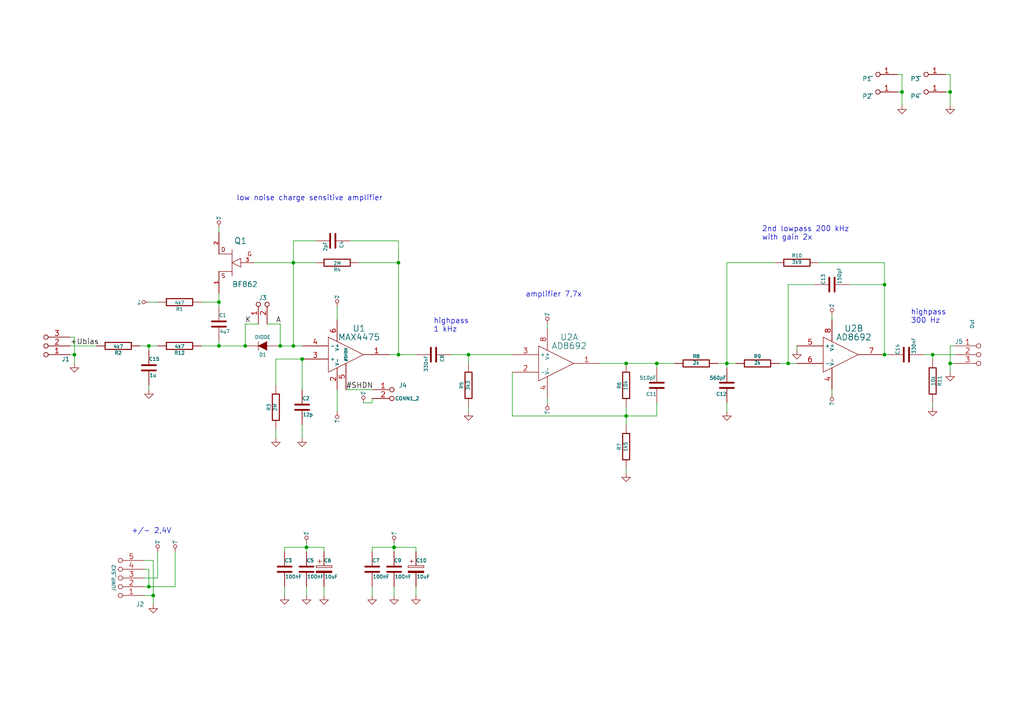
<source format=kicad_sch>
(kicad_sch (version 20211123) (generator eeschema)
  (paper "A4")
  (title_block (title "PCRD01A") (rev "01A") (company "www.mlab.cz"))
  (lib_symbols
    (symbol "PCRD01A-rescue:AD8692"
      (property "Reference" "U" (at 3.81 7.62 0))
      (property "Value" "AD8692" (at 3.81 5.08 0))
      (symbol "AD8692_0_1"
        (polyline (pts (xy -5.08 5.08) (xy 5.08 0) (xy -5.08 -5.08) (xy -5.08 5.08)))
      )
      (symbol "AD8692_1_1"
        (pin output line (at 12.7 0 180) (length 7.62) (name "~") (number "1"))
        (pin input line (at -12.7 -2.54 0) (length 7.62) (name "-") (number "2"))
        (pin input line (at -12.7 2.54 0) (length 7.62) (name "+") (number "3"))
        (pin passive line (at -2.54 -10.16 90) (length 6.35) (name "V-") (number "4"))
        (pin passive line (at -2.54 10.16 270) (length 6.35) (name "V+") (number "8"))
      )
      (symbol "AD8692_2_1"
        (pin passive line (at -2.54 -10.16 90) (length 6.35) (name "V-") (number "4"))
        (pin input line (at -12.7 2.54 0) (length 7.62) (name "+") (number "5"))
        (pin input line (at -12.7 -2.54 0) (length 7.62) (name "-") (number "6"))
        (pin output line (at 12.7 0 180) (length 7.62) (name "~") (number "7"))
        (pin passive line (at -2.54 10.16 270) (length 6.35) (name "V+") (number "8"))
      )
    )
    (symbol "PCRD01A-rescue:C" (pin_numbers hide) (pin_names (offset 0.254))
      (property "Reference" "C" (at 0 2.54 0))
      (property "Value" "C" (at 0.1524 -2.159 0))
      (symbol "C_0_1"
        (polyline (pts (xy -2.032 -0.762) (xy 2.032 -0.762)) (stroke (width 0.508)))
        (polyline (pts (xy -2.032 0.762) (xy 2.032 0.762)) (stroke (width 0.508)))
      )
      (symbol "C_1_1"
        (pin passive line (at 0 5.08 270) (length 4.318) (name "~") (number "1"))
        (pin passive line (at 0 -5.08 90) (length 4.318) (name "~") (number "2"))
      )
    )
    (symbol "PCRD01A-rescue:CONN1_2" (pin_names (offset 1.016) hide)
      (property "Reference" "J" (at 1.27 2.54 0))
      (property "Value" "CONN1_2" (at 2.54 -1.27 0))
      (symbol "CONN1_2_1_1"
        (pin passive inverted (at -7.62 1.27 0) (length 6.35) (name "P1") (number "1"))
        (pin passive inverted (at -7.62 -1.27 0) (length 6.35) (name "PM") (number "2"))
      )
    )
    (symbol "PCRD01A-rescue:CP2" (pin_numbers hide) (pin_names (offset 0.254))
      (property "Reference" "C" (at 0 2.54 0))
      (property "Value" "CP2" (at 0.1524 -2.159 0))
      (symbol "CP2_0_1"
        (rectangle (start -2.286 0.508) (end -2.286 1.016))
        (rectangle (start -2.286 0.508) (end 2.286 0.508))
        (rectangle (start -1.778 2.286) (end -0.762 2.286))
        (rectangle (start -1.27 1.778) (end -1.27 2.794))
        (rectangle (start 2.286 -0.508) (end -2.286 -1.016) (fill (type outline)))
        (rectangle (start 2.286 1.016) (end -2.286 1.016))
        (rectangle (start 2.286 1.016) (end 2.286 0.508))
      )
      (symbol "CP2_1_1"
        (pin passive line (at 0 5.08 270) (length 4.064) (name "~") (number "1"))
        (pin passive line (at 0 -5.08 90) (length 4.064) (name "~") (number "2"))
      )
    )
    (symbol "PCRD01A-rescue:DIODE" (pin_numbers hide) (pin_names (offset 1.016) hide)
      (property "Reference" "D" (at 0 2.54 0))
      (property "Value" "DIODE" (at 0 -2.54 0))
      (symbol "DIODE_0_1"
        (polyline (pts (xy 1.27 1.27) (xy 1.27 -1.27)) (stroke (width 0.1524)))
        (polyline (pts (xy -1.27 1.27) (xy 1.27 0) (xy -1.27 -1.27)) (fill (type outline)))
      )
      (symbol "DIODE_1_1"
        (pin passive line (at -5.08 0 0) (length 3.81) (name "A") (number "1"))
        (pin passive line (at 5.08 0 180) (length 3.81) (name "K") (number "2"))
      )
    )
    (symbol "PCRD01A-rescue:GND" (power) (pin_names (offset 0))
      (property "Value" "GND" (at 0 -3.81 0))
      (symbol "GND_0_1"
        (polyline (pts (xy 0 0) (xy 0 -1.27) (xy 1.27 -1.27) (xy 0 -2.54) (xy -1.27 -1.27) (xy 0 -1.27)))
      )
      (symbol "GND_1_1"
        (pin power_in line (at 0 0 270) (length 0) hide (name "GND") (number "1"))
      )
    )
    (symbol "PCRD01A-rescue:JFET_N" (pin_names (offset 0.762) hide)
      (property "Reference" "Q" (at -2.4638 6.35 0))
      (property "Value" "JFET_N" (at -3.7338 -6.2738 0))
      (symbol "JFET_N_0_0"
        (text "D" (at 2.54 3.81 0) (effects (font (size 1.1938 1.1938))))
        (text "G" (at -5.08 2.54 0) (effects (font (size 1.1938 1.1938))))
        (text "S" (at 2.54 -3.81 0) (effects (font (size 1.1938 1.1938))))
      )
      (symbol "JFET_N_0_1"
        (polyline (pts (xy 0 -3.81) (xy 0 3.81)) (stroke (width 0.1524)))
        (polyline (pts (xy 0 -2.54) (xy 3.81 -2.54)))
        (polyline (pts (xy 0 2.54) (xy 3.81 2.54)))
        (polyline (pts (xy 0 0) (xy -2.54 -1.27) (xy -2.54 1.27) (xy 0 0) (xy 0 0)))
      )
      (symbol "JFET_N_1_1"
        (pin passive line (at 3.81 -8.89 90) (length 6.35) (name "S") (number "1"))
        (pin passive line (at 3.81 8.89 270) (length 6.35) (name "D") (number "2"))
        (pin input line (at -6.35 0 0) (length 3.81) (name "G") (number "3"))
      )
    )
    (symbol "PCRD01A-rescue:JUMP_3X2" (pin_names (offset 1.016) hide)
      (property "Reference" "J" (at -8.89 5.08 0))
      (property "Value" "JUMP_3X2" (at 0 1.27 90))
      (symbol "JUMP_3X2_1_1"
        (pin passive inverted (at -10.16 3.81 0) (length 7.62) (name "1") (number "1"))
        (pin passive inverted (at -10.16 1.27 0) (length 7.62) (name "1") (number "2"))
        (pin passive inverted (at -10.16 -1.27 0) (length 7.62) (name "3") (number "3"))
        (pin passive inverted (at -10.16 -1.27 0) (length 7.62) hide (name "~") (number "4"))
        (pin passive inverted (at -10.16 1.27 0) (length 7.62) hide (name "~") (number "5"))
        (pin passive inverted (at -10.16 3.81 0) (length 7.62) hide (name "~") (number "6"))
      )
    )
    (symbol "PCRD01A-rescue:JUMP_5X2" (pin_names (offset 1.016) hide)
      (property "Reference" "J" (at -8.89 6.35 0))
      (property "Value" "JUMP_5X2" (at -1.27 -1.27 90))
      (symbol "JUMP_5X2_1_1"
        (pin passive inverted (at -10.16 3.81 0) (length 7.62) (name "~") (number "1"))
        (pin passive inverted (at -10.16 3.81 0) (length 7.62) hide (name "~") (number "10"))
        (pin passive inverted (at -10.16 1.27 0) (length 7.62) (name "~") (number "2"))
        (pin passive inverted (at -10.16 -1.27 0) (length 7.62) (name "~") (number "3"))
        (pin passive inverted (at -10.16 -3.81 0) (length 7.62) (name "~") (number "4"))
        (pin passive inverted (at -10.16 -6.35 0) (length 7.62) (name "~") (number "5"))
        (pin passive inverted (at -10.16 -6.35 0) (length 7.62) hide (name "~") (number "6"))
        (pin passive inverted (at -10.16 -3.81 0) (length 7.62) hide (name "~") (number "7"))
        (pin passive inverted (at -10.16 -1.27 0) (length 7.62) hide (name "~") (number "8"))
        (pin passive inverted (at -10.16 1.27 0) (length 7.62) hide (name "~") (number "9"))
      )
    )
    (symbol "PCRD01A-rescue:MAX4475"
      (property "Reference" "U" (at 3.81 7.62 0))
      (property "Value" "MAX4475" (at 3.81 5.08 0))
      (symbol "MAX4475_0_1"
        (polyline (pts (xy -5.08 5.08) (xy 5.08 0) (xy -5.08 -5.08) (xy -5.08 5.08)))
      )
      (symbol "MAX4475_1_1"
        (pin output line (at 12.7 0 180) (length 7.62) (name "~") (number "1"))
        (pin passive line (at -2.54 -10.16 90) (length 6.35) (name "V-") (number "2"))
        (pin input line (at -12.7 -1.27 0) (length 7.62) (name "+") (number "3"))
        (pin input line (at -12.7 2.54 0) (length 7.62) (name "-") (number "4"))
        (pin bidirectional line (at 0 -10.16 90) (length 7.62) (name "#SHDN") (number "5"))
        (pin passive line (at -2.54 10.16 270) (length 6.35) (name "V+") (number "6"))
      )
    )
    (symbol "PCRD01A-rescue:R" (pin_numbers hide) (pin_names (offset 0))
      (property "Reference" "R" (at 2.032 0 90))
      (property "Value" "R" (at 0.1778 0.0254 90))
      (symbol "R_0_1"
        (rectangle (start -1.016 3.81) (end 1.016 -3.81) (stroke (width 0.3048)))
      )
      (symbol "R_1_1"
        (pin passive line (at 0 6.35 270) (length 2.54) (name "~") (number "1"))
        (pin passive line (at 0 -6.35 90) (length 2.54) (name "~") (number "2"))
      )
    )
    (symbol "PCRD01A-rescue:V+" (power) (pin_names (offset 0))
      (property "Value" "V+" (at 0 2.794 0))
      (symbol "V+_0_0"
        (pin power_in line (at 0 0 90) (length 0) hide (name "V+") (number "1"))
      )
      (symbol "V+_0_1"
        (polyline (pts (xy 0 0) (xy 0 1.016) (xy 0 1.016)))
        (circle (center 0 1.524) (radius 0.508))
      )
    )
    (symbol "PCRD01A-rescue:V-" (power) (pin_names (offset 0))
      (property "Value" "V-" (at 0 2.794 0))
      (symbol "V-_0_0"
        (pin power_in line (at 0 0 90) (length 0) hide (name "V-") (number "1"))
      )
      (symbol "V-_0_1"
        (polyline (pts (xy 0 0) (xy 0 1.016) (xy 0 1.016)))
        (circle (center 0 1.524) (radius 0.508))
      )
    )
    (symbol "PCRD01A-rescue:_" (pin_names (offset 1.016) hide)
      (property "Reference" "P" (at 1.27 2.54 0))
      (property "Value" "_" (at 0 1.27 0))
      (symbol "__1_1"
        (pin passive inverted (at -7.62 1.27 0) (length 6.35) (name "P1") (number "1"))
      )
    )
  )
  (junction (at 88.9 158.75))
  (junction (at 181.61 120.65))
  (junction (at 43.18 170.18))
  (junction (at 85.09 100.33))
  (junction (at 44.45 172.72))
  (junction (at 85.09 76.2))
  (junction (at 114.3 158.75))
  (junction (at 256.54 102.87))
  (junction (at 63.5 100.33))
  (junction (at 21.59 102.87))
  (junction (at 87.63 104.14))
  (junction (at 270.51 102.87))
  (junction (at 81.28 100.33))
  (junction (at 261.62 26.67))
  (junction (at 135.89 102.87))
  (junction (at 275.59 26.67))
  (junction (at 181.61 105.41))
  (junction (at 63.5 87.63))
  (junction (at 256.54 82.55))
  (junction (at 190.5 105.41))
  (junction (at 43.18 100.33))
  (junction (at 275.59 105.41))
  (junction (at 115.57 102.87))
  (junction (at 210.82 105.41))
  (junction (at 115.57 76.2))
  (junction (at 228.6 105.41))
  (junction (at 71.12 100.33))
  (wire (pts (xy 45.72 87.63) (xy 43.18 87.63)))
  (wire (pts (xy 71.12 93.98) (xy 74.93 93.98)))
  (wire (pts (xy 107.95 170.18) (xy 107.95 172.72)))
  (wire (pts (xy 40.64 100.33) (xy 43.18 100.33)))
  (wire (pts (xy 208.28 105.41) (xy 210.82 105.41)))
  (wire (pts (xy 276.86 105.41) (xy 275.59 105.41)))
  (wire (pts (xy 275.59 100.33) (xy 275.59 105.41)))
  (wire (pts (xy 113.03 102.87) (xy 115.57 102.87)))
  (wire (pts (xy 270.51 104.14) (xy 270.51 102.87)))
  (wire (pts (xy 261.62 21.59) (xy 261.62 26.67)))
  (wire (pts (xy 228.6 82.55) (xy 228.6 105.41)))
  (wire (pts (xy 63.5 100.33) (xy 63.5 99.06)))
  (wire (pts (xy 261.62 26.67) (xy 261.62 30.48)))
  (wire (pts (xy 181.61 120.65) (xy 190.5 120.65)))
  (wire (pts (xy 43.18 170.18) (xy 50.8 170.18)))
  (wire (pts (xy 63.5 87.63) (xy 63.5 88.9)))
  (wire (pts (xy 256.54 76.2) (xy 256.54 82.55)))
  (wire (pts (xy 120.65 170.18) (xy 120.65 172.72)))
  (wire (pts (xy 210.82 105.41) (xy 210.82 106.68)))
  (wire (pts (xy 41.91 167.64) (xy 45.72 167.64)))
  (wire (pts (xy 21.59 97.79) (xy 21.59 102.87)))
  (wire (pts (xy 181.61 137.16) (xy 181.61 135.89)))
  (wire (pts (xy 82.55 158.75) (xy 88.9 158.75)))
  (wire (pts (xy 43.18 113.03) (xy 43.18 111.76)))
  (wire (pts (xy 228.6 105.41) (xy 231.14 105.41)))
  (wire (pts (xy 88.9 157.48) (xy 88.9 158.75)))
  (wire (pts (xy 85.09 76.2) (xy 85.09 100.33)))
  (wire (pts (xy 43.18 100.33) (xy 45.72 100.33)))
  (wire (pts (xy 58.42 100.33) (xy 63.5 100.33)))
  (wire (pts (xy 276.86 100.33) (xy 275.59 100.33)))
  (wire (pts (xy 105.41 116.84) (xy 107.95 116.84)))
  (wire (pts (xy 135.89 102.87) (xy 148.59 102.87)))
  (wire (pts (xy 120.65 158.75) (xy 114.3 158.75)))
  (wire (pts (xy 63.5 67.31) (xy 63.5 66.04)))
  (wire (pts (xy 236.22 82.55) (xy 228.6 82.55)))
  (wire (pts (xy 237.49 76.2) (xy 256.54 76.2)))
  (wire (pts (xy 256.54 82.55) (xy 256.54 102.87)))
  (wire (pts (xy 41.91 170.18) (xy 43.18 170.18)))
  (wire (pts (xy 85.09 69.85) (xy 85.09 76.2)))
  (wire (pts (xy 82.55 170.18) (xy 82.55 172.72)))
  (wire (pts (xy 190.5 105.41) (xy 190.5 106.68)))
  (wire (pts (xy 270.51 102.87) (xy 276.86 102.87)))
  (wire (pts (xy 73.66 76.2) (xy 85.09 76.2)))
  (wire (pts (xy 87.63 113.03) (xy 87.63 104.14)))
  (wire (pts (xy 100.33 113.03) (xy 107.95 113.03)))
  (wire (pts (xy 130.81 102.87) (xy 135.89 102.87)))
  (wire (pts (xy 114.3 157.48) (xy 114.3 158.75)))
  (wire (pts (xy 210.82 76.2) (xy 210.82 105.41)))
  (wire (pts (xy 210.82 119.38) (xy 210.82 116.84)))
  (wire (pts (xy 274.32 26.67) (xy 275.59 26.67)))
  (wire (pts (xy 88.9 158.75) (xy 93.98 158.75)))
  (wire (pts (xy 77.47 93.98) (xy 81.28 93.98)))
  (wire (pts (xy 267.97 102.87) (xy 270.51 102.87)))
  (wire (pts (xy 275.59 21.59) (xy 275.59 26.67)))
  (wire (pts (xy 97.79 113.03) (xy 97.79 119.38)))
  (wire (pts (xy 21.59 102.87) (xy 21.59 105.41)))
  (wire (pts (xy 241.3 114.3) (xy 241.3 113.03)))
  (wire (pts (xy 82.55 160.02) (xy 82.55 158.75)))
  (wire (pts (xy 41.91 162.56) (xy 44.45 162.56)))
  (wire (pts (xy 85.09 69.85) (xy 91.44 69.85)))
  (wire (pts (xy 181.61 120.65) (xy 181.61 123.19)))
  (wire (pts (xy 120.65 160.02) (xy 120.65 158.75)))
  (wire (pts (xy 20.32 102.87) (xy 21.59 102.87)))
  (wire (pts (xy 87.63 127) (xy 87.63 123.19)))
  (wire (pts (xy 45.72 167.64) (xy 45.72 160.02)))
  (wire (pts (xy 93.98 170.18) (xy 93.98 172.72)))
  (wire (pts (xy 158.75 116.84) (xy 158.75 115.57)))
  (wire (pts (xy 226.06 105.41) (xy 228.6 105.41)))
  (wire (pts (xy 260.35 21.59) (xy 261.62 21.59)))
  (wire (pts (xy 114.3 170.18) (xy 114.3 172.72)))
  (wire (pts (xy 43.18 101.6) (xy 43.18 100.33)))
  (wire (pts (xy 44.45 172.72) (xy 44.45 175.26)))
  (wire (pts (xy 107.95 116.84) (xy 107.95 115.57)))
  (wire (pts (xy 260.35 26.67) (xy 261.62 26.67)))
  (wire (pts (xy 43.18 165.1) (xy 43.18 170.18)))
  (wire (pts (xy 210.82 76.2) (xy 224.79 76.2)))
  (wire (pts (xy 88.9 158.75) (xy 88.9 160.02)))
  (wire (pts (xy 85.09 100.33) (xy 87.63 100.33)))
  (wire (pts (xy 275.59 105.41) (xy 275.59 107.95)))
  (wire (pts (xy 93.98 158.75) (xy 93.98 160.02)))
  (wire (pts (xy 115.57 76.2) (xy 115.57 102.87)))
  (wire (pts (xy 85.09 76.2) (xy 91.44 76.2)))
  (wire (pts (xy 173.99 105.41) (xy 181.61 105.41)))
  (wire (pts (xy 58.42 87.63) (xy 63.5 87.63)))
  (wire (pts (xy 231.14 101.6) (xy 231.14 100.33)))
  (wire (pts (xy 63.5 85.09) (xy 63.5 87.63)))
  (wire (pts (xy 135.89 105.41) (xy 135.89 102.87)))
  (wire (pts (xy 63.5 100.33) (xy 71.12 100.33)))
  (wire (pts (xy 41.91 165.1) (xy 43.18 165.1)))
  (wire (pts (xy 275.59 26.67) (xy 275.59 30.48)))
  (wire (pts (xy 256.54 82.55) (xy 246.38 82.55)))
  (wire (pts (xy 81.28 93.98) (xy 81.28 100.33)))
  (wire (pts (xy 241.3 92.71) (xy 241.3 91.44)))
  (wire (pts (xy 50.8 170.18) (xy 50.8 160.02)))
  (wire (pts (xy 274.32 21.59) (xy 275.59 21.59)))
  (wire (pts (xy 158.75 95.25) (xy 158.75 93.98)))
  (wire (pts (xy 115.57 102.87) (xy 120.65 102.87)))
  (wire (pts (xy 114.3 158.75) (xy 107.95 158.75)))
  (wire (pts (xy 256.54 102.87) (xy 257.81 102.87)))
  (wire (pts (xy 71.12 100.33) (xy 71.12 93.98)))
  (wire (pts (xy 20.32 100.33) (xy 27.94 100.33)))
  (wire (pts (xy 181.61 105.41) (xy 190.5 105.41)))
  (wire (pts (xy 107.95 158.75) (xy 107.95 160.02)))
  (wire (pts (xy 87.63 104.14) (xy 80.01 104.14)))
  (wire (pts (xy 80.01 104.14) (xy 80.01 111.76)))
  (wire (pts (xy 148.59 120.65) (xy 181.61 120.65)))
  (wire (pts (xy 80.01 127) (xy 80.01 124.46)))
  (wire (pts (xy 101.6 69.85) (xy 115.57 69.85)))
  (wire (pts (xy 181.61 118.11) (xy 181.61 120.65)))
  (wire (pts (xy 20.32 97.79) (xy 21.59 97.79)))
  (wire (pts (xy 115.57 69.85) (xy 115.57 76.2)))
  (wire (pts (xy 104.14 76.2) (xy 115.57 76.2)))
  (wire (pts (xy 270.51 118.11) (xy 270.51 116.84)))
  (wire (pts (xy 44.45 172.72) (xy 41.91 172.72)))
  (wire (pts (xy 97.79 88.9) (xy 97.79 92.71)))
  (wire (pts (xy 88.9 170.18) (xy 88.9 172.72)))
  (wire (pts (xy 190.5 120.65) (xy 190.5 116.84)))
  (wire (pts (xy 44.45 162.56) (xy 44.45 172.72)))
  (wire (pts (xy 81.28 100.33) (xy 85.09 100.33)))
  (wire (pts (xy 210.82 105.41) (xy 213.36 105.41)))
  (wire (pts (xy 190.5 105.41) (xy 195.58 105.41)))
  (wire (pts (xy 148.59 107.95) (xy 148.59 120.65)))
  (wire (pts (xy 135.89 119.38) (xy 135.89 118.11)))
  (wire (pts (xy 114.3 158.75) (xy 114.3 160.02)))
  (text "highpass\n300 Hz" (at 264.16 93.98 0) (effects (font (size 1.524 1.524)) (justify left bottom)))
  (text "2nd lowpass 200 kHz\nwith gain 2x" (at 220.98 69.85 0) (effects (font (size 1.524 1.524)) (justify left bottom)))
  (text "+/- 2,4V" (at 38.1 154.94 0) (effects (font (size 1.524 1.524)) (justify left bottom)))
  (text "amplifier 7,7x" (at 152.4 86.36 0) (effects (font (size 1.524 1.524)) (justify left bottom)))
  (text "low noise charge sensitive amplifier" (at 68.58 58.42 0) (effects (font (size 1.524 1.524)) (justify left bottom)))
  (text "highpass\n1 kHz" (at 125.73 96.52 0) (effects (font (size 1.524 1.524)) (justify left bottom)))
  (label "A" (at 80.01 93.98 0) (effects (font (size 1.524 1.524))))
  (label "#SHDN" (at 100.33 113.03 0) (effects (font (size 1.524 1.524))))
  (label "K" (at 71.12 93.98 0) (effects (font (size 1.524 1.524))))
  (label "+Ubias" (at 20.32 100.33 0) (effects (font (size 1.524 1.524))))
  (symbol (lib_id "PCRD01A-rescue:R") (at 52.07 87.63 270) (unit 1)
    (property "Reference" "R1" (at 52.07 89.662 90) (effects (font (size 1.016 1.016))))
    (property "Value" "4k7" (at 52.0954 87.8078 90) (effects (font (size 1.016 1.016))))
    (property "Footprint" "Mlab_R:SMD-0805" (effects hide))
    (property "UST_ID" "5c70984612875079b91f8995" (effects hide))
  )
  (symbol (lib_id "PCRD01A-rescue:R") (at 34.29 100.33 270) (unit 1)
    (property "Reference" "R2" (at 34.29 102.362 90) (effects (font (size 1.016 1.016))))
    (property "Value" "4k7" (at 34.3154 100.5078 90) (effects (font (size 1.016 1.016))))
    (property "Footprint" "Mlab_R:SMD-0805" (effects hide))
    (property "UST_ID" "5c70984612875079b91f8995" (effects hide))
  )
  (symbol (lib_id "PCRD01A-rescue:C") (at 63.5 93.98 0) (unit 1)
    (property "Reference" "C1" (at 63.5 91.44 0) (effects (font (size 1.016 1.016)) (justify left)))
    (property "Value" "4u7" (at 63.6524 96.139 0) (effects (font (size 1.016 1.016)) (justify left)))
    (property "Footprint" "Mlab_R:SMD-0805" (effects hide))
    (property "UST_ID" "5e3ff8fc1287502a33bad7a3" (effects hide))
  )
  (symbol (lib_id "PCRD01A-rescue:MAX4475") (at 100.33 102.87 0) (unit 1)
    (property "Reference" "U1" (at 104.14 95.25 0) (effects (font (size 1.778 1.778))))
    (property "Value" "MAX4475" (at 104.14 97.79 0) (effects (font (size 1.778 1.778))))
    (property "Footprint" "MLAB_IO:SOT-23-6" (effects hide))
    (property "UST_ID" "5c70984412875079b91f8799" (effects hide))
  )
  (symbol (lib_id "PCRD01A-rescue:AD8692") (at 161.29 105.41 0) (unit 1)
    (property "Reference" "U2" (at 165.1 97.79 0) (effects (font (size 1.778 1.778))))
    (property "Value" "AD8692" (at 165.1 100.33 0) (effects (font (size 1.778 1.778))))
    (property "Footprint" "SMD_Packages:SOIC-8-N" (effects hide))
  )
  (symbol (lib_id "PCRD01A-rescue:DIODE") (at 76.2 100.33 180) (unit 1) (in_bom no) (on_board no)
    (property "Reference" "D1" (at 76.2 102.87 0) (effects (font (size 1.016 1.016))))
    (property "Value" "DIODE" (at 76.2 97.79 0) (effects (font (size 1.016 1.016))))
  )
  (symbol (lib_id "PCRD01A-rescue:JFET_N") (at 67.31 76.2 0) (mirror y) (unit 1)
    (property "Reference" "Q1" (at 69.7738 69.85 0) (effects (font (size 1.778 1.778))))
    (property "Value" "BF862" (at 71.0438 82.4738 0) (effects (font (size 1.524 1.524))))
    (property "Footprint" "MLAB_IO:SOT-23" (effects hide))
  )
  (symbol (lib_id "PCRD01A-rescue:R") (at 97.79 76.2 270) (unit 1)
    (property "Reference" "R4" (at 97.79 78.232 90) (effects (font (size 1.016 1.016))))
    (property "Value" "2M" (at 97.8154 76.3778 90) (effects (font (size 1.016 1.016))))
    (property "Footprint" "Mlab_R:SMD-0805" (effects hide))
    (property "UST_ID" "5c70984712875079b91f8aac" (effects hide))
  )
  (symbol (lib_id "PCRD01A-rescue:C") (at 96.52 69.85 270) (unit 1) (in_bom no)
    (property "Reference" "C4" (at 99.06 69.85 0) (effects (font (size 1.016 1.016)) (justify left)))
    (property "Value" "2pF" (at 94.361 70.0024 0) (effects (font (size 1.016 1.016)) (justify left)))
  )
  (symbol (lib_id "PCRD01A-rescue:C") (at 125.73 102.87 270) (unit 1)
    (property "Reference" "C8" (at 128.27 102.87 0) (effects (font (size 1.016 1.016)) (justify left)))
    (property "Value" "330nF" (at 123.571 103.0224 0) (effects (font (size 1.016 1.016)) (justify left)))
    (property "Footprint" "Mlab_R:SMD-0805" (effects hide))
    (property "UST_ID" "5c70984712875079b91f8b4e" (effects hide))
  )
  (symbol (lib_id "PCRD01A-rescue:R") (at 135.89 111.76 180) (unit 1)
    (property "Reference" "R5" (at 133.858 111.76 90) (effects (font (size 1.016 1.016))))
    (property "Value" "3k3" (at 135.7122 111.7854 90) (effects (font (size 1.016 1.016))))
    (property "Footprint" "Mlab_R:SMD-0805" (effects hide))
    (property "UST_ID" "5c70984612875079b91f8993" (effects hide))
  )
  (symbol (lib_id "PCRD01A-rescue:R") (at 181.61 111.76 180) (unit 1)
    (property "Reference" "R6" (at 179.578 111.76 90) (effects (font (size 1.016 1.016))))
    (property "Value" "10k" (at 181.4322 111.7854 90) (effects (font (size 1.016 1.016))))
    (property "Footprint" "Mlab_R:SMD-0805" (effects hide))
    (property "UST_ID" "5c70984612875079b91f899f" (effects hide))
  )
  (symbol (lib_id "PCRD01A-rescue:R") (at 181.61 129.54 180) (unit 1)
    (property "Reference" "R7" (at 179.578 129.54 90) (effects (font (size 1.016 1.016))))
    (property "Value" "1k5" (at 181.4322 129.5654 90) (effects (font (size 1.016 1.016))))
    (property "Footprint" "Mlab_R:SMD-0805" (effects hide))
    (property "UST_ID" "5c70984512875079b91f898e" (effects hide))
  )
  (symbol (lib_id "PCRD01A-rescue:C") (at 190.5 111.76 180) (unit 1)
    (property "Reference" "C11" (at 190.5 114.3 0) (effects (font (size 1.016 1.016)) (justify left)))
    (property "Value" "510pF" (at 190.3476 109.601 0) (effects (font (size 1.016 1.016)) (justify left)))
    (property "Footprint" "Mlab_R:SMD-0805" (effects hide))
    (property "UST_ID" "5c70984712875079b91f8b41" (effects hide))
  )
  (symbol (lib_id "PCRD01A-rescue:R") (at 201.93 105.41 90) (unit 1)
    (property "Reference" "R8" (at 201.93 103.378 90) (effects (font (size 1.016 1.016))))
    (property "Value" "2k" (at 201.9046 105.2322 90) (effects (font (size 1.016 1.016))))
    (property "Footprint" "Mlab_R:SMD-0805" (effects hide))
    (property "UST_ID" "5c70984512875079b91f898f" (effects hide))
  )
  (symbol (lib_id "PCRD01A-rescue:R") (at 219.71 105.41 90) (unit 1)
    (property "Reference" "R9" (at 219.71 103.378 90) (effects (font (size 1.016 1.016))))
    (property "Value" "2k" (at 219.6846 105.2322 90) (effects (font (size 1.016 1.016))))
    (property "Footprint" "Mlab_R:SMD-0805" (effects hide))
    (property "UST_ID" "5c70984512875079b91f898f" (effects hide))
  )
  (symbol (lib_id "PCRD01A-rescue:C") (at 210.82 111.76 180) (unit 1)
    (property "Reference" "C12" (at 210.82 114.3 0) (effects (font (size 1.016 1.016)) (justify left)))
    (property "Value" "560pF" (at 210.6676 109.601 0) (effects (font (size 1.016 1.016)) (justify left)))
    (property "Footprint" "Mlab_R:SMD-0805" (effects hide))
    (property "UST_ID" "5c70984712875079b91f8b42" (effects hide))
  )
  (symbol (lib_id "PCRD01A-rescue:C") (at 241.3 82.55 90) (unit 1)
    (property "Reference" "C13" (at 238.76 82.55 0) (effects (font (size 1.016 1.016)) (justify left)))
    (property "Value" "150pF" (at 243.459 82.3976 0) (effects (font (size 1.016 1.016)) (justify left)))
    (property "Footprint" "Mlab_R:SMD-0805" (effects hide))
    (property "UST_ID" "5c70984712875079b91f8b3d" (effects hide))
  )
  (symbol (lib_id "PCRD01A-rescue:R") (at 231.14 76.2 90) (unit 1)
    (property "Reference" "R10" (at 231.14 74.168 90) (effects (font (size 1.016 1.016))))
    (property "Value" "3k9" (at 231.1146 76.0222 90) (effects (font (size 1.016 1.016))))
    (property "Footprint" "Mlab_R:SMD-0805" (effects hide))
    (property "UST_ID" "5c70984612875079b91f8994" (effects hide))
  )
  (symbol (lib_id "PCRD01A-rescue:V-") (at 97.79 119.38 180) (unit 1)
    (property "Reference" "#PWR01" (effects hide))
    (property "Value" "V-" (at 97.79 122.174 0) (effects (font (size 0.762 0.762))))
  )
  (symbol (lib_id "PCRD01A-rescue:R") (at 80.01 118.11 180) (unit 1)
    (property "Reference" "R3" (at 77.978 118.11 90) (effects (font (size 1.016 1.016))))
    (property "Value" "2M" (at 79.8322 118.1354 90) (effects (font (size 1.016 1.016))))
    (property "Footprint" "Mlab_R:SMD-0805" (effects hide))
    (property "UST_ID" "5c70984712875079b91f8aac" (effects hide))
  )
  (symbol (lib_id "PCRD01A-rescue:C") (at 87.63 118.11 0) (unit 1)
    (property "Reference" "C2" (at 87.63 115.57 0) (effects (font (size 1.016 1.016)) (justify left)))
    (property "Value" "12p" (at 87.7824 120.269 0) (effects (font (size 1.016 1.016)) (justify left)))
    (property "Footprint" "Mlab_R:SMD-0805" (effects hide))
    (property "UST_ID" "5c70984712875079b91f8b31" (effects hide))
  )
  (symbol (lib_id "PCRD01A-rescue:GND") (at 80.01 127 0) (unit 1)
    (property "Reference" "#PWR02" (effects hide))
    (property "Value" "GND" (effects hide))
  )
  (symbol (lib_id "PCRD01A-rescue:GND") (at 87.63 127 0) (unit 1)
    (property "Reference" "#PWR03" (effects hide))
    (property "Value" "GND" (effects hide))
  )
  (symbol (lib_id "PCRD01A-rescue:V+") (at 97.79 88.9 0) (unit 1)
    (property "Reference" "#PWR04" (effects hide))
    (property "Value" "V+" (at 97.79 86.106 0) (effects (font (size 0.762 0.762))))
  )
  (symbol (lib_id "PCRD01A-rescue:V+") (at 63.5 66.04 0) (unit 1)
    (property "Reference" "#PWR05" (effects hide))
    (property "Value" "V+" (at 63.5 63.246 0) (effects (font (size 0.762 0.762))))
  )
  (symbol (lib_id "PCRD01A-rescue:GND") (at 135.89 119.38 0) (unit 1)
    (property "Reference" "#PWR06" (effects hide))
    (property "Value" "GND" (effects hide))
  )
  (symbol (lib_id "PCRD01A-rescue:GND") (at 181.61 137.16 0) (unit 1)
    (property "Reference" "#PWR07" (effects hide))
    (property "Value" "GND" (effects hide))
  )
  (symbol (lib_id "PCRD01A-rescue:V-") (at 158.75 116.84 180) (unit 1)
    (property "Reference" "#PWR08" (effects hide))
    (property "Value" "V-" (at 158.75 119.634 0) (effects (font (size 0.762 0.762))))
  )
  (symbol (lib_id "PCRD01A-rescue:V+") (at 158.75 93.98 0) (unit 1)
    (property "Reference" "#PWR09" (effects hide))
    (property "Value" "V+" (at 158.75 91.186 0) (effects (font (size 0.762 0.762))))
  )
  (symbol (lib_id "PCRD01A-rescue:GND") (at 210.82 119.38 0) (unit 1)
    (property "Reference" "#PWR010" (effects hide))
    (property "Value" "GND" (effects hide))
  )
  (symbol (lib_id "PCRD01A-rescue:GND") (at 231.14 101.6 0) (unit 1)
    (property "Reference" "#PWR011" (effects hide))
    (property "Value" "GND" (effects hide))
  )
  (symbol (lib_id "PCRD01A-rescue:GND") (at 270.51 118.11 0) (unit 1)
    (property "Reference" "#PWR012" (effects hide))
    (property "Value" "GND" (effects hide))
  )
  (symbol (lib_id "PCRD01A-rescue:V+") (at 241.3 91.44 0) (unit 1)
    (property "Reference" "#PWR013" (effects hide))
    (property "Value" "V+" (at 241.3 88.646 0) (effects (font (size 0.762 0.762))))
  )
  (symbol (lib_id "PCRD01A-rescue:V-") (at 241.3 114.3 180) (unit 1)
    (property "Reference" "#PWR014" (effects hide))
    (property "Value" "V-" (at 241.3 117.094 0) (effects (font (size 0.762 0.762))))
  )
  (symbol (lib_id "PCRD01A-rescue:C") (at 262.89 102.87 90) (unit 1)
    (property "Reference" "C14" (at 260.35 102.87 0) (effects (font (size 1.016 1.016)) (justify left)))
    (property "Value" "330nF" (at 265.049 102.7176 0) (effects (font (size 1.016 1.016)) (justify left)))
    (property "Footprint" "MLAB_R:SMD-0805" (effects hide))
    (property "UST_ID" "5c70984712875079b91f8b4e" (effects hide))
  )
  (symbol (lib_id "PCRD01A-rescue:R") (at 270.51 110.49 0) (unit 1)
    (property "Reference" "R11" (at 272.542 110.49 90) (effects (font (size 1.016 1.016))))
    (property "Value" "10k" (at 270.6878 110.4646 90) (effects (font (size 1.016 1.016))))
    (property "Footprint" "Mlab_R:SMD-0805" (effects hide))
    (property "UST_ID" "5c70984612875079b91f899f" (effects hide))
  )
  (symbol (lib_id "PCRD01A-rescue:V-") (at 43.18 87.63 90) (unit 1)
    (property "Reference" "#PWR015" (effects hide))
    (property "Value" "V-" (at 40.386 87.63 0) (effects (font (size 0.762 0.762))))
  )
  (symbol (lib_id "PCRD01A-rescue:AD8692") (at 243.84 102.87 0) (unit 2)
    (property "Reference" "U2" (at 247.65 95.25 0) (effects (font (size 1.778 1.778))))
    (property "Value" "AD8692" (at 247.65 97.79 0) (effects (font (size 1.778 1.778))))
    (property "Footprint" "SMD_Packages:SOIC-8-N" (effects hide))
  )
  (symbol (lib_id "PCRD01A-rescue:JUMP_5X2") (at 31.75 168.91 180) (unit 1)
    (property "Reference" "J2" (at 40.64 175.26 0))
    (property "Value" "JUMP_5X2" (at 33.02 167.64 90) (effects (font (size 1.016 1.016))))
    (property "Footprint" "Hrebinky:Pin_Header_Straight_2x05" (effects hide))
  )
  (symbol (lib_id "PCRD01A-rescue:V-") (at 50.8 160.02 0) (unit 1)
    (property "Reference" "#PWR016" (effects hide))
    (property "Value" "V-" (at 50.8 157.226 0) (effects (font (size 0.762 0.762))))
  )
  (symbol (lib_id "PCRD01A-rescue:V+") (at 45.72 160.02 0) (unit 1)
    (property "Reference" "#PWR017" (effects hide))
    (property "Value" "V+" (at 45.72 157.226 0) (effects (font (size 0.762 0.762))))
  )
  (symbol (lib_id "PCRD01A-rescue:GND") (at 44.45 175.26 0) (unit 1)
    (property "Reference" "#PWR018" (effects hide))
    (property "Value" "GND" (effects hide))
  )
  (symbol (lib_id "PCRD01A-rescue:_") (at 252.73 20.32 180) (unit 1)
    (property "Reference" "P1" (at 251.46 22.86 0))
    (property "Value" "_" (at 252.73 21.59 0) (effects (font (size 1.016 1.016))))
    (property "Footprint" "Dira:MountingHole_3mm" (effects hide))
  )
  (symbol (lib_id "PCRD01A-rescue:_") (at 252.73 25.4 180) (unit 1)
    (property "Reference" "P2" (at 251.46 27.94 0))
    (property "Value" "_" (at 252.73 26.67 0) (effects (font (size 1.016 1.016))))
    (property "Footprint" "Dira:MountingHole_3mm" (effects hide))
  )
  (symbol (lib_id "PCRD01A-rescue:_") (at 266.7 20.32 180) (unit 1)
    (property "Reference" "P3" (at 265.43 22.86 0))
    (property "Value" "_" (at 266.7 21.59 0) (effects (font (size 1.016 1.016))))
    (property "Footprint" "Dira:MountingHole_3mm" (effects hide))
  )
  (symbol (lib_id "PCRD01A-rescue:_") (at 266.7 25.4 180) (unit 1)
    (property "Reference" "P4" (at 265.43 27.94 0))
    (property "Value" "_" (at 266.7 26.67 0) (effects (font (size 1.016 1.016))))
    (property "Footprint" "Dira:MountingHole_3mm" (effects hide))
  )
  (symbol (lib_id "PCRD01A-rescue:GND") (at 261.62 30.48 0) (unit 1)
    (property "Reference" "#PWR019" (effects hide))
    (property "Value" "GND" (effects hide))
  )
  (symbol (lib_id "PCRD01A-rescue:GND") (at 275.59 30.48 0) (unit 1)
    (property "Reference" "#PWR020" (effects hide))
    (property "Value" "GND" (effects hide))
  )
  (symbol (lib_id "PCRD01A-rescue:JUMP_3X2") (at 10.16 99.06 180) (unit 1)
    (property "Reference" "J1" (at 19.05 104.14 0))
    (property "Value" "JUMP_3X2" (effects hide))
    (property "Footprint" "Hrebinky:Pin_Header_Straight_2x03" (effects hide))
  )
  (symbol (lib_id "PCRD01A-rescue:JUMP_3X2") (at 287.02 104.14 0) (unit 1)
    (property "Reference" "J5" (at 278.13 99.06 0))
    (property "Value" "Out" (at 281.94 93.98 90) (effects (font (size 1.016 1.016))))
    (property "Footprint" "Hrebinky:Pin_Header_Straight_2x03" (effects hide))
  )
  (symbol (lib_id "PCRD01A-rescue:GND") (at 21.59 105.41 0) (unit 1)
    (property "Reference" "#PWR021" (effects hide))
    (property "Value" "GND" (effects hide))
  )
  (symbol (lib_id "PCRD01A-rescue:GND") (at 275.59 107.95 0) (unit 1)
    (property "Reference" "#PWR022" (effects hide))
    (property "Value" "GND" (effects hide))
  )
  (symbol (lib_id "PCRD01A-rescue:CONN1_2") (at 115.57 114.3 0) (unit 1)
    (property "Reference" "J4" (at 116.84 111.76 0))
    (property "Value" "CONN1_2" (at 118.11 115.57 0) (effects (font (size 1.016 1.016))))
    (property "Footprint" "Hrebinky:Pin_Header_Straight_1x02" (effects hide))
  )
  (symbol (lib_id "PCRD01A-rescue:C") (at 82.55 165.1 0) (unit 1)
    (property "Reference" "C3" (at 82.55 162.56 0) (effects (font (size 1.016 1.016)) (justify left)))
    (property "Value" "100nF" (at 82.7024 167.259 0) (effects (font (size 1.016 1.016)) (justify left)))
    (property "Footprint" "Mlab_R:SMD-0805" (effects hide))
    (property "UST_ID" "5c70984712875079b91f8b4c" (effects hide))
  )
  (symbol (lib_id "PCRD01A-rescue:C") (at 88.9 165.1 0) (unit 1)
    (property "Reference" "C5" (at 88.9 162.56 0) (effects (font (size 1.016 1.016)) (justify left)))
    (property "Value" "100nF" (at 89.0524 167.259 0) (effects (font (size 1.016 1.016)) (justify left)))
    (property "Footprint" "Mlab_R:SMD-0805" (effects hide))
    (property "UST_ID" "5c70984712875079b91f8b4c" (effects hide))
  )
  (symbol (lib_id "PCRD01A-rescue:C") (at 107.95 165.1 0) (unit 1)
    (property "Reference" "C7" (at 107.95 162.56 0) (effects (font (size 1.016 1.016)) (justify left)))
    (property "Value" "100nF" (at 108.1024 167.259 0) (effects (font (size 1.016 1.016)) (justify left)))
    (property "Footprint" "Mlab_R:SMD-0805" (effects hide))
    (property "UST_ID" "5c70984712875079b91f8b4c" (effects hide))
  )
  (symbol (lib_id "PCRD01A-rescue:C") (at 114.3 165.1 0) (unit 1)
    (property "Reference" "C9" (at 114.3 162.56 0) (effects (font (size 1.016 1.016)) (justify left)))
    (property "Value" "100nF" (at 114.4524 167.259 0) (effects (font (size 1.016 1.016)) (justify left)))
    (property "Footprint" "Mlab_R:SMD-0805" (effects hide))
    (property "UST_ID" "5c70984712875079b91f8b4c" (effects hide))
  )
  (symbol (lib_id "PCRD01A-rescue:CP2") (at 120.65 165.1 0) (unit 1)
    (property "Reference" "C10" (at 120.65 162.56 0) (effects (font (size 1.016 1.016)) (justify left)))
    (property "Value" "10uF" (at 120.8024 167.259 0) (effects (font (size 1.016 1.016)) (justify left)))
    (property "Footprint" "Mlab_R:SMD-0805" (effects hide))
    (property "UST_ID" "5c70984712875079b91f8b53" (effects hide))
  )
  (symbol (lib_id "PCRD01A-rescue:CP2") (at 93.98 165.1 0) (unit 1)
    (property "Reference" "C6" (at 93.98 162.56 0) (effects (font (size 1.016 1.016)) (justify left)))
    (property "Value" "10uF" (at 94.1324 167.259 0) (effects (font (size 1.016 1.016)) (justify left)))
    (property "Footprint" "Mlab_R:SMD-0805" (effects hide))
    (property "UST_ID" "5c70984712875079b91f8b53" (effects hide))
  )
  (symbol (lib_id "PCRD01A-rescue:GND") (at 82.55 172.72 0) (unit 1)
    (property "Reference" "#PWR023" (effects hide))
    (property "Value" "GND" (effects hide))
  )
  (symbol (lib_id "PCRD01A-rescue:GND") (at 88.9 172.72 0) (unit 1)
    (property "Reference" "#PWR024" (effects hide))
    (property "Value" "GND" (effects hide))
  )
  (symbol (lib_id "PCRD01A-rescue:GND") (at 93.98 172.72 0) (unit 1)
    (property "Reference" "#PWR025" (effects hide))
    (property "Value" "GND" (effects hide))
  )
  (symbol (lib_id "PCRD01A-rescue:GND") (at 107.95 172.72 0) (unit 1)
    (property "Reference" "#PWR026" (effects hide))
    (property "Value" "GND" (effects hide))
  )
  (symbol (lib_id "PCRD01A-rescue:GND") (at 114.3 172.72 0) (unit 1)
    (property "Reference" "#PWR027" (effects hide))
    (property "Value" "GND" (effects hide))
  )
  (symbol (lib_id "PCRD01A-rescue:GND") (at 120.65 172.72 0) (unit 1)
    (property "Reference" "#PWR028" (effects hide))
    (property "Value" "GND" (effects hide))
  )
  (symbol (lib_id "PCRD01A-rescue:V+") (at 88.9 157.48 0) (unit 1)
    (property "Reference" "#PWR029" (effects hide))
    (property "Value" "V+" (at 88.9 154.686 0) (effects (font (size 0.762 0.762))))
  )
  (symbol (lib_id "PCRD01A-rescue:V-") (at 114.3 157.48 0) (unit 1)
    (property "Reference" "#PWR030" (effects hide))
    (property "Value" "V-" (at 114.3 154.686 0) (effects (font (size 0.762 0.762))))
  )
  (symbol (lib_id "PCRD01A-rescue:CONN1_2") (at 76.2 86.36 90) (unit 1)
    (property "Reference" "J3" (at 76.2 86.36 90))
    (property "Value" "CONN1_2" (effects hide))
    (property "Footprint" "Hrebinky:CONN_3_2" (effects hide))
  )
  (symbol (lib_id "PCRD01A-rescue:V+") (at 105.41 116.84 0) (unit 1)
    (property "Reference" "#PWR031" (effects hide))
    (property "Value" "V+" (at 105.41 114.046 0) (effects (font (size 0.762 0.762))))
  )
  (symbol (lib_id "PCRD01A-rescue:R") (at 52.07 100.33 270) (unit 1)
    (property "Reference" "R12" (at 52.07 102.362 90) (effects (font (size 1.016 1.016))))
    (property "Value" "4k7" (at 52.0954 100.5078 90) (effects (font (size 1.016 1.016))))
    (property "Footprint" "Mlab_R:SMD-0805" (effects hide))
    (property "UST_ID" "5c70984612875079b91f8995" (effects hide))
  )
  (symbol (lib_id "PCRD01A-rescue:C") (at 43.18 106.68 0) (unit 1)
    (property "Reference" "C15" (at 43.18 104.14 0) (effects (font (size 1.016 1.016)) (justify left)))
    (property "Value" "1u" (at 43.3324 108.839 0) (effects (font (size 1.016 1.016)) (justify left)))
    (property "Footprint" "Mlab_R:SMD-0805" (effects hide))
    (property "UST_ID" "5c70984712875079b91f8b50" (effects hide))
  )
  (symbol (lib_id "PCRD01A-rescue:GND") (at 43.18 113.03 0) (unit 1)
    (property "Reference" "#PWR032" (effects hide))
    (property "Value" "GND" (effects hide))
  )
)
</source>
